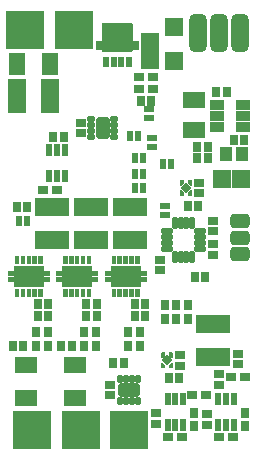
<source format=gbs>
G04*
G04 #@! TF.GenerationSoftware,Altium Limited,Altium Designer,25.0.2 (28)*
G04*
G04 Layer_Color=16711935*
%FSLAX44Y44*%
%MOMM*%
G71*
G04*
G04 #@! TF.SameCoordinates,503A90CA-BBE8-423F-B6A3-9968D9645D90*
G04*
G04*
G04 #@! TF.FilePolarity,Negative*
G04*
G01*
G75*
G04:AMPARAMS|DCode=43|XSize=1.7032mm|YSize=1.2032mm|CornerRadius=0.3516mm|HoleSize=0mm|Usage=FLASHONLY|Rotation=0.000|XOffset=0mm|YOffset=0mm|HoleType=Round|Shape=RoundedRectangle|*
%AMROUNDEDRECTD43*
21,1,1.7032,0.5000,0,0,0.0*
21,1,1.0000,1.2032,0,0,0.0*
1,1,0.7032,0.5000,-0.2500*
1,1,0.7032,-0.5000,-0.2500*
1,1,0.7032,-0.5000,0.2500*
1,1,0.7032,0.5000,0.2500*
%
%ADD43ROUNDEDRECTD43*%
%ADD44R,0.8032X0.9532*%
%ADD45R,0.9532X0.8032*%
%ADD46R,0.8432X0.8032*%
%ADD49R,0.8032X0.8432*%
%ADD50R,3.2032X3.2032*%
G04:AMPARAMS|DCode=52|XSize=1.4532mm|YSize=3.2032mm|CornerRadius=0.4141mm|HoleSize=0mm|Usage=FLASHONLY|Rotation=0.000|XOffset=0mm|YOffset=0mm|HoleType=Round|Shape=RoundedRectangle|*
%AMROUNDEDRECTD52*
21,1,1.4532,2.3750,0,0,0.0*
21,1,0.6250,3.2032,0,0,0.0*
1,1,0.8282,0.3125,-1.1875*
1,1,0.8282,-0.3125,-1.1875*
1,1,0.8282,-0.3125,1.1875*
1,1,0.8282,0.3125,1.1875*
%
%ADD52ROUNDEDRECTD52*%
%ADD57R,1.5032X2.9032*%
%ADD63R,0.5432X1.0032*%
%ADD64R,0.6232X0.8632*%
%ADD65R,2.9032X1.5032*%
%ADD105R,1.4032X1.8532*%
%ADD106R,1.8532X1.4032*%
%ADD107R,1.6032X1.5032*%
%ADD108R,1.5032X1.6032*%
%ADD109R,1.9532X1.4032*%
%ADD110R,1.6032X1.5032*%
%ADD111R,1.2032X0.9032*%
%ADD112R,1.1032X1.2032*%
%ADD113R,0.6032X0.9032*%
%ADD114R,0.5532X1.0532*%
%ADD115R,0.9032X0.6032*%
G04:AMPARAMS|DCode=116|XSize=1.0432mm|YSize=0.4632mm|CornerRadius=0.1341mm|HoleSize=0mm|Usage=FLASHONLY|Rotation=180.000|XOffset=0mm|YOffset=0mm|HoleType=Round|Shape=RoundedRectangle|*
%AMROUNDEDRECTD116*
21,1,1.0432,0.1950,0,0,180.0*
21,1,0.7750,0.4632,0,0,180.0*
1,1,0.2682,-0.3875,0.0975*
1,1,0.2682,0.3875,0.0975*
1,1,0.2682,0.3875,-0.0975*
1,1,0.2682,-0.3875,-0.0975*
%
%ADD116ROUNDEDRECTD116*%
G04:AMPARAMS|DCode=117|XSize=1.0432mm|YSize=0.4632mm|CornerRadius=0.1341mm|HoleSize=0mm|Usage=FLASHONLY|Rotation=90.000|XOffset=0mm|YOffset=0mm|HoleType=Round|Shape=RoundedRectangle|*
%AMROUNDEDRECTD117*
21,1,1.0432,0.1950,0,0,90.0*
21,1,0.7750,0.4632,0,0,90.0*
1,1,0.2682,0.0975,0.3875*
1,1,0.2682,0.0975,-0.3875*
1,1,0.2682,-0.0975,-0.3875*
1,1,0.2682,-0.0975,0.3875*
%
%ADD117ROUNDEDRECTD117*%
G04:AMPARAMS|DCode=118|XSize=0.7032mm|YSize=0.4532mm|CornerRadius=0.1329mm|HoleSize=0mm|Usage=FLASHONLY|Rotation=270.000|XOffset=0mm|YOffset=0mm|HoleType=Round|Shape=RoundedRectangle|*
%AMROUNDEDRECTD118*
21,1,0.7032,0.1875,0,0,270.0*
21,1,0.4375,0.4532,0,0,270.0*
1,1,0.2657,-0.0938,-0.2188*
1,1,0.2657,-0.0938,0.2188*
1,1,0.2657,0.0938,0.2188*
1,1,0.2657,0.0938,-0.2188*
%
%ADD118ROUNDEDRECTD118*%
%ADD119P,0.8627X4X180.0*%
G04:AMPARAMS|DCode=120|XSize=0.7032mm|YSize=0.4532mm|CornerRadius=0.1329mm|HoleSize=0mm|Usage=FLASHONLY|Rotation=180.000|XOffset=0mm|YOffset=0mm|HoleType=Round|Shape=RoundedRectangle|*
%AMROUNDEDRECTD120*
21,1,0.7032,0.1875,0,0,180.0*
21,1,0.4375,0.4532,0,0,180.0*
1,1,0.2657,-0.2188,0.0938*
1,1,0.2657,0.2188,0.0938*
1,1,0.2657,0.2188,-0.0938*
1,1,0.2657,-0.2188,-0.0938*
%
%ADD120ROUNDEDRECTD120*%
G04:AMPARAMS|DCode=121|XSize=1.1032mm|YSize=1.8032mm|CornerRadius=0.1241mm|HoleSize=0mm|Usage=FLASHONLY|Rotation=180.000|XOffset=0mm|YOffset=0mm|HoleType=Round|Shape=RoundedRectangle|*
%AMROUNDEDRECTD121*
21,1,1.1032,1.5550,0,0,180.0*
21,1,0.8550,1.8032,0,0,180.0*
1,1,0.2482,-0.4275,0.7775*
1,1,0.2482,0.4275,0.7775*
1,1,0.2482,0.4275,-0.7775*
1,1,0.2482,-0.4275,-0.7775*
%
%ADD121ROUNDEDRECTD121*%
G04:AMPARAMS|DCode=122|XSize=1.1032mm|YSize=1.8032mm|CornerRadius=0.1241mm|HoleSize=0mm|Usage=FLASHONLY|Rotation=270.000|XOffset=0mm|YOffset=0mm|HoleType=Round|Shape=RoundedRectangle|*
%AMROUNDEDRECTD122*
21,1,1.1032,1.5550,0,0,270.0*
21,1,0.8550,1.8032,0,0,270.0*
1,1,0.2482,-0.7775,-0.4275*
1,1,0.2482,-0.7775,0.4275*
1,1,0.2482,0.7775,0.4275*
1,1,0.2482,0.7775,-0.4275*
%
%ADD122ROUNDEDRECTD122*%
G36*
X106983Y364010D02*
X107114Y363983D01*
X107240Y363941D01*
X107359Y363882D01*
X107470Y363808D01*
X107570Y363720D01*
X107658Y363620D01*
X107732Y363509D01*
X107791Y363390D01*
X107833Y363264D01*
X107859Y363133D01*
X107868Y363000D01*
Y348518D01*
X112300D01*
X112433Y348509D01*
X112563Y348484D01*
X112690Y348441D01*
X112809Y348382D01*
X112920Y348308D01*
X113020Y348220D01*
X113108Y348120D01*
X113182Y348009D01*
X113241Y347890D01*
X113284Y347763D01*
X113309Y347633D01*
X113318Y347500D01*
Y341800D01*
X113309Y341667D01*
X113284Y341536D01*
X113241Y341410D01*
X113182Y341291D01*
X113108Y341180D01*
X113020Y341080D01*
X112920Y340992D01*
X112809Y340918D01*
X112690Y340859D01*
X112563Y340816D01*
X112433Y340790D01*
X112300Y340782D01*
X107868D01*
Y340000D01*
X107859Y339867D01*
X107833Y339737D01*
X107791Y339610D01*
X107732Y339491D01*
X107658Y339380D01*
X107570Y339280D01*
X107470Y339192D01*
X107359Y339118D01*
X107240Y339059D01*
X107114Y339016D01*
X106983Y338991D01*
X106850Y338982D01*
X83150D01*
X83017Y338991D01*
X82886Y339016D01*
X82760Y339059D01*
X82641Y339118D01*
X82530Y339192D01*
X82430Y339280D01*
X82342Y339380D01*
X82268Y339491D01*
X82209Y339610D01*
X82167Y339737D01*
X82141Y339867D01*
X82132Y340000D01*
Y340782D01*
X77700D01*
X77567Y340790D01*
X77436Y340816D01*
X77310Y340859D01*
X77191Y340918D01*
X77080Y340992D01*
X76980Y341080D01*
X76892Y341180D01*
X76818Y341291D01*
X76759Y341410D01*
X76716Y341536D01*
X76691Y341667D01*
X76682Y341800D01*
Y347500D01*
X76691Y347633D01*
X76716Y347763D01*
X76759Y347890D01*
X76818Y348009D01*
X76892Y348120D01*
X76980Y348220D01*
X77080Y348308D01*
X77191Y348382D01*
X77310Y348441D01*
X77436Y348484D01*
X77567Y348509D01*
X77700Y348518D01*
X82132D01*
Y363000D01*
X82141Y363133D01*
X82167Y363264D01*
X82209Y363390D01*
X82268Y363509D01*
X82342Y363620D01*
X82430Y363720D01*
X82530Y363808D01*
X82641Y363882D01*
X82760Y363941D01*
X82886Y363983D01*
X83017Y364010D01*
X83150Y364018D01*
X87350D01*
X87483Y364010D01*
X87613Y363983D01*
X87740Y363941D01*
X87859Y363882D01*
X87970Y363808D01*
X88070Y363720D01*
X88158Y363620D01*
X88232Y363509D01*
X88291Y363390D01*
X88334Y363264D01*
X88359Y363133D01*
X88368Y363000D01*
Y359318D01*
X88632D01*
Y363000D01*
X88640Y363133D01*
X88666Y363264D01*
X88709Y363390D01*
X88768Y363509D01*
X88842Y363620D01*
X88930Y363720D01*
X89030Y363808D01*
X89141Y363882D01*
X89260Y363941D01*
X89387Y363983D01*
X89517Y364010D01*
X89650Y364018D01*
X93850D01*
X93983Y364010D01*
X94114Y363983D01*
X94240Y363941D01*
X94359Y363882D01*
X94470Y363808D01*
X94570Y363720D01*
X94658Y363620D01*
X94732Y363509D01*
X94791Y363390D01*
X94833Y363264D01*
X94859Y363133D01*
X94868Y363000D01*
Y359318D01*
X95132D01*
Y363000D01*
X95140Y363133D01*
X95167Y363264D01*
X95209Y363390D01*
X95268Y363509D01*
X95342Y363620D01*
X95430Y363720D01*
X95530Y363808D01*
X95641Y363882D01*
X95760Y363941D01*
X95886Y363983D01*
X96017Y364010D01*
X96150Y364018D01*
X100350D01*
X100483Y364010D01*
X100613Y363983D01*
X100740Y363941D01*
X100859Y363882D01*
X100970Y363808D01*
X101070Y363720D01*
X101158Y363620D01*
X101232Y363509D01*
X101291Y363390D01*
X101334Y363264D01*
X101360Y363133D01*
X101368Y363000D01*
Y359318D01*
X101632D01*
Y363000D01*
X101641Y363133D01*
X101666Y363264D01*
X101709Y363390D01*
X101768Y363509D01*
X101842Y363620D01*
X101930Y363720D01*
X102030Y363808D01*
X102141Y363882D01*
X102260Y363941D01*
X102387Y363983D01*
X102517Y364010D01*
X102650Y364018D01*
X106850D01*
X106983Y364010D01*
D02*
G37*
G36*
X157402Y230744D02*
X157501Y230720D01*
X157596Y230681D01*
X157683Y230627D01*
X157761Y230561D01*
X157828Y230483D01*
X157881Y230396D01*
X157920Y230301D01*
X157944Y230202D01*
X157952Y230100D01*
Y226500D01*
X157944Y226398D01*
X157920Y226299D01*
X157881Y226204D01*
X157828Y226117D01*
X157761Y226039D01*
X157683Y225972D01*
X157596Y225919D01*
X157501Y225880D01*
X157402Y225856D01*
X157300Y225848D01*
X157000D01*
X156934Y225853D01*
X156899Y225856D01*
X156898Y225856D01*
X156898Y225856D01*
X156845Y225869D01*
X156799Y225880D01*
X156799Y225880D01*
X156798Y225880D01*
X156756Y225897D01*
X156705Y225919D01*
X156704Y225919D01*
X156704Y225919D01*
X156672Y225939D01*
X156617Y225972D01*
X156617Y225972D01*
X156617Y225972D01*
X156594Y225992D01*
X156539Y226038D01*
X154736Y227838D01*
X154735Y227838D01*
X154735Y227839D01*
X154715Y227863D01*
X154669Y227916D01*
X154669Y227916D01*
X154669Y227917D01*
X154653Y227942D01*
X154616Y228003D01*
X154615Y228003D01*
X154615Y228004D01*
X154598Y228047D01*
X154576Y228097D01*
X154576Y228098D01*
X154576Y228098D01*
X154563Y228154D01*
X154552Y228197D01*
X154552Y228197D01*
X154552Y228198D01*
X154547Y228267D01*
X154544Y228299D01*
X154544Y228299D01*
X154544Y228300D01*
Y230100D01*
X154552Y230202D01*
X154576Y230301D01*
X154615Y230396D01*
X154669Y230483D01*
X154735Y230561D01*
X154813Y230627D01*
X154900Y230681D01*
X154995Y230720D01*
X155094Y230744D01*
X155196Y230752D01*
X157300D01*
X157402Y230744D01*
D02*
G37*
G36*
X150906D02*
X151005Y230720D01*
X151100Y230681D01*
X151187Y230627D01*
X151265Y230561D01*
X151331Y230483D01*
X151385Y230396D01*
X151424Y230301D01*
X151448Y230202D01*
X151456Y230100D01*
Y228300D01*
X151456Y228299D01*
X151456Y228299D01*
X151453Y228267D01*
X151448Y228198D01*
X151448Y228197D01*
X151448Y228197D01*
X151437Y228154D01*
X151424Y228098D01*
X151424Y228098D01*
X151424Y228097D01*
X151403Y228047D01*
X151385Y228004D01*
X151385Y228003D01*
X151384Y228003D01*
X151347Y227942D01*
X151331Y227917D01*
X151331Y227916D01*
X151331Y227916D01*
X151285Y227863D01*
X151265Y227839D01*
X151265Y227838D01*
X151264Y227838D01*
X149461Y226038D01*
X149406Y225992D01*
X149383Y225972D01*
X149383Y225972D01*
X149383Y225972D01*
X149328Y225939D01*
X149296Y225919D01*
X149296Y225919D01*
X149295Y225919D01*
X149244Y225897D01*
X149201Y225880D01*
X149201Y225880D01*
X149201Y225880D01*
X149155Y225869D01*
X149102Y225856D01*
X149102Y225856D01*
X149101Y225856D01*
X149066Y225853D01*
X149000Y225848D01*
X148700D01*
X148598Y225856D01*
X148499Y225880D01*
X148404Y225919D01*
X148317Y225972D01*
X148239Y226039D01*
X148173Y226117D01*
X148119Y226204D01*
X148080Y226299D01*
X148056Y226398D01*
X148048Y226500D01*
Y230100D01*
X148056Y230202D01*
X148080Y230301D01*
X148119Y230396D01*
X148173Y230483D01*
X148239Y230561D01*
X148317Y230627D01*
X148404Y230681D01*
X148499Y230720D01*
X148598Y230744D01*
X148700Y230752D01*
X150804D01*
X150906Y230744D01*
D02*
G37*
G36*
X157402Y222144D02*
X157501Y222120D01*
X157596Y222081D01*
X157683Y222027D01*
X157761Y221961D01*
X157828Y221883D01*
X157881Y221796D01*
X157920Y221702D01*
X157944Y221602D01*
X157952Y221500D01*
Y217900D01*
X157944Y217798D01*
X157920Y217698D01*
X157881Y217604D01*
X157828Y217517D01*
X157761Y217439D01*
X157683Y217372D01*
X157596Y217319D01*
X157501Y217280D01*
X157402Y217256D01*
X157300Y217248D01*
X155196D01*
X155094Y217256D01*
X154995Y217280D01*
X154900Y217319D01*
X154813Y217372D01*
X154735Y217439D01*
X154669Y217517D01*
X154615Y217604D01*
X154576Y217698D01*
X154552Y217798D01*
X154544Y217900D01*
Y219700D01*
X154544Y219701D01*
X154544Y219701D01*
X154547Y219733D01*
X154552Y219802D01*
X154552Y219803D01*
X154552Y219803D01*
X154563Y219846D01*
X154576Y219902D01*
X154576Y219902D01*
X154576Y219902D01*
X154598Y219953D01*
X154615Y219996D01*
X154615Y219997D01*
X154616Y219997D01*
X154653Y220058D01*
X154669Y220084D01*
X154669Y220084D01*
X154669Y220084D01*
X154715Y220137D01*
X154735Y220161D01*
X154735Y220161D01*
X154736Y220162D01*
X156539Y221962D01*
X156594Y222008D01*
X156617Y222027D01*
X156617Y222028D01*
X156617Y222028D01*
X156672Y222061D01*
X156704Y222081D01*
X156704Y222081D01*
X156705Y222081D01*
X156756Y222103D01*
X156798Y222120D01*
X156799Y222120D01*
X156799Y222120D01*
X156845Y222131D01*
X156898Y222144D01*
X156898Y222144D01*
X156899Y222144D01*
X156934Y222147D01*
X157000Y222152D01*
X157300D01*
X157402Y222144D01*
D02*
G37*
G36*
X149066Y222147D02*
X149101Y222144D01*
X149102Y222144D01*
X149102Y222144D01*
X149155Y222131D01*
X149201Y222120D01*
X149201Y222120D01*
X149201Y222120D01*
X149244Y222103D01*
X149295Y222081D01*
X149296Y222081D01*
X149296Y222081D01*
X149328Y222061D01*
X149383Y222028D01*
X149383Y222028D01*
X149383Y222027D01*
X149406Y222008D01*
X149461Y221962D01*
X151264Y220162D01*
X151265Y220161D01*
X151265Y220161D01*
X151285Y220137D01*
X151331Y220084D01*
X151331Y220084D01*
X151331Y220084D01*
X151347Y220058D01*
X151384Y219997D01*
X151385Y219997D01*
X151385Y219996D01*
X151403Y219953D01*
X151424Y219902D01*
X151424Y219902D01*
X151424Y219902D01*
X151437Y219846D01*
X151448Y219803D01*
X151448Y219803D01*
X151448Y219802D01*
X151453Y219733D01*
X151456Y219701D01*
X151456Y219701D01*
X151456Y219700D01*
Y217900D01*
X151448Y217798D01*
X151424Y217698D01*
X151385Y217604D01*
X151331Y217517D01*
X151265Y217439D01*
X151187Y217372D01*
X151100Y217319D01*
X151005Y217280D01*
X150906Y217256D01*
X150804Y217248D01*
X148700D01*
X148598Y217256D01*
X148499Y217280D01*
X148404Y217319D01*
X148317Y217372D01*
X148239Y217439D01*
X148173Y217517D01*
X148119Y217604D01*
X148080Y217698D01*
X148056Y217798D01*
X148048Y217900D01*
Y221500D01*
X148056Y221602D01*
X148080Y221702D01*
X148119Y221796D01*
X148173Y221883D01*
X148239Y221961D01*
X148317Y222027D01*
X148404Y222081D01*
X148499Y222120D01*
X148598Y222144D01*
X148700Y222152D01*
X149000D01*
X149066Y222147D01*
D02*
G37*
G36*
X113900Y159300D02*
X110100D01*
Y166700D01*
X113900D01*
Y159300D01*
D02*
G37*
G36*
X108900D02*
X105100D01*
Y166700D01*
X108900D01*
Y159300D01*
D02*
G37*
G36*
X103900D02*
X100100D01*
Y166700D01*
X103900D01*
Y159300D01*
D02*
G37*
G36*
X98900D02*
X95100D01*
Y166700D01*
X98900D01*
Y159300D01*
D02*
G37*
G36*
X93900D02*
X90100D01*
Y166700D01*
X93900D01*
Y159300D01*
D02*
G37*
G36*
X72900D02*
X69100D01*
Y166700D01*
X72900D01*
Y159300D01*
D02*
G37*
G36*
X67900D02*
X64100D01*
Y166700D01*
X67900D01*
Y159300D01*
D02*
G37*
G36*
X62900D02*
X59100D01*
Y166700D01*
X62900D01*
Y159300D01*
D02*
G37*
G36*
X57900D02*
X54100D01*
Y166700D01*
X57900D01*
Y159300D01*
D02*
G37*
G36*
X52900D02*
X49100D01*
Y166700D01*
X52900D01*
Y159300D01*
D02*
G37*
G36*
X31900D02*
X28100D01*
Y166700D01*
X31900D01*
Y159300D01*
D02*
G37*
G36*
X26900D02*
X23100D01*
Y166700D01*
X26900D01*
Y159300D01*
D02*
G37*
G36*
X21900D02*
X18100D01*
Y166700D01*
X21900D01*
Y159300D01*
D02*
G37*
G36*
X16900D02*
X13100D01*
Y166700D01*
X16900D01*
Y159300D01*
D02*
G37*
G36*
X11900D02*
X8100D01*
Y166700D01*
X11900D01*
Y159300D01*
D02*
G37*
G36*
X114700Y153450D02*
X119700D01*
Y149550D01*
X114700D01*
Y148450D01*
X119700D01*
Y144550D01*
X114700D01*
Y140050D01*
X89300D01*
Y144550D01*
X84300D01*
Y148450D01*
X89300D01*
Y149550D01*
X84300D01*
Y153450D01*
X89300D01*
Y157950D01*
X114700D01*
Y153450D01*
D02*
G37*
G36*
X73700D02*
X78700D01*
Y149550D01*
X73700D01*
Y148450D01*
X78700D01*
Y144550D01*
X73700D01*
Y140050D01*
X48300D01*
Y144550D01*
X43300D01*
Y148450D01*
X48300D01*
Y149550D01*
X43300D01*
Y153450D01*
X48300D01*
Y157950D01*
X73700D01*
Y153450D01*
D02*
G37*
G36*
X32700D02*
X37700D01*
Y149550D01*
X32700D01*
Y148450D01*
X37700D01*
Y144550D01*
X32700D01*
Y140050D01*
X7300D01*
Y144550D01*
X2300D01*
Y148450D01*
X7300D01*
Y149550D01*
X2300D01*
Y153450D01*
X7300D01*
Y157950D01*
X32700D01*
Y153450D01*
D02*
G37*
G36*
X113900Y131300D02*
X110100D01*
Y138700D01*
X113900D01*
Y131300D01*
D02*
G37*
G36*
X108900D02*
X105100D01*
Y138700D01*
X108900D01*
Y131300D01*
D02*
G37*
G36*
X103900D02*
X100100D01*
Y138700D01*
X103900D01*
Y131300D01*
D02*
G37*
G36*
X98900D02*
X95100D01*
Y138700D01*
X98900D01*
Y131300D01*
D02*
G37*
G36*
X93900D02*
X90100D01*
Y138700D01*
X93900D01*
Y131300D01*
D02*
G37*
G36*
X72900D02*
X69100D01*
Y138700D01*
X72900D01*
Y131300D01*
D02*
G37*
G36*
X67900D02*
X64100D01*
Y138700D01*
X67900D01*
Y131300D01*
D02*
G37*
G36*
X62900D02*
X59100D01*
Y138700D01*
X62900D01*
Y131300D01*
D02*
G37*
G36*
X57900D02*
X54100D01*
Y138700D01*
X57900D01*
Y131300D01*
D02*
G37*
G36*
X52900D02*
X49100D01*
Y138700D01*
X52900D01*
Y131300D01*
D02*
G37*
G36*
X31900D02*
X28100D01*
Y138700D01*
X31900D01*
Y131300D01*
D02*
G37*
G36*
X26900D02*
X23100D01*
Y138700D01*
X26900D01*
Y131300D01*
D02*
G37*
G36*
X21900D02*
X18100D01*
Y138700D01*
X21900D01*
Y131300D01*
D02*
G37*
G36*
X16900D02*
X13100D01*
Y138700D01*
X16900D01*
Y131300D01*
D02*
G37*
G36*
X11900D02*
X8100D01*
Y138700D01*
X11900D01*
Y131300D01*
D02*
G37*
G36*
X141402Y84744D02*
X141501Y84720D01*
X141596Y84681D01*
X141683Y84628D01*
X141761Y84561D01*
X141827Y84483D01*
X141881Y84396D01*
X141920Y84302D01*
X141944Y84202D01*
X141952Y84100D01*
Y80500D01*
X141944Y80398D01*
X141920Y80299D01*
X141881Y80204D01*
X141827Y80117D01*
X141761Y80039D01*
X141683Y79973D01*
X141596Y79919D01*
X141501Y79880D01*
X141402Y79856D01*
X141300Y79848D01*
X141000D01*
X140934Y79853D01*
X140899Y79856D01*
X140898Y79856D01*
X140898Y79856D01*
X140845Y79869D01*
X140799Y79880D01*
X140799Y79880D01*
X140799Y79880D01*
X140756Y79897D01*
X140705Y79919D01*
X140704Y79919D01*
X140704Y79919D01*
X140672Y79939D01*
X140617Y79972D01*
X140617Y79972D01*
X140617Y79973D01*
X140594Y79992D01*
X140539Y80038D01*
X138736Y81838D01*
X138735Y81839D01*
X138735Y81839D01*
X138715Y81863D01*
X138669Y81916D01*
X138669Y81916D01*
X138669Y81917D01*
X138653Y81942D01*
X138616Y82003D01*
X138615Y82003D01*
X138615Y82004D01*
X138597Y82047D01*
X138576Y82098D01*
X138576Y82098D01*
X138576Y82098D01*
X138563Y82154D01*
X138552Y82197D01*
X138552Y82197D01*
X138552Y82198D01*
X138547Y82267D01*
X138544Y82299D01*
X138544Y82299D01*
X138544Y82300D01*
Y84100D01*
X138552Y84202D01*
X138576Y84302D01*
X138615Y84396D01*
X138669Y84483D01*
X138735Y84561D01*
X138813Y84628D01*
X138900Y84681D01*
X138995Y84720D01*
X139094Y84744D01*
X139196Y84752D01*
X141300D01*
X141402Y84744D01*
D02*
G37*
G36*
X134906D02*
X135005Y84720D01*
X135100Y84681D01*
X135187Y84628D01*
X135265Y84561D01*
X135331Y84483D01*
X135385Y84396D01*
X135424Y84302D01*
X135448Y84202D01*
X135456Y84100D01*
Y82300D01*
X135456Y82299D01*
X135456Y82299D01*
X135453Y82267D01*
X135448Y82198D01*
X135448Y82197D01*
X135448Y82197D01*
X135437Y82154D01*
X135424Y82098D01*
X135424Y82098D01*
X135424Y82098D01*
X135402Y82047D01*
X135385Y82004D01*
X135385Y82003D01*
X135384Y82003D01*
X135347Y81942D01*
X135331Y81917D01*
X135331Y81916D01*
X135331Y81916D01*
X135285Y81863D01*
X135265Y81839D01*
X135265Y81839D01*
X135264Y81838D01*
X133461Y80038D01*
X133406Y79992D01*
X133383Y79973D01*
X133383Y79972D01*
X133383Y79972D01*
X133328Y79939D01*
X133296Y79919D01*
X133296Y79919D01*
X133295Y79919D01*
X133244Y79897D01*
X133202Y79880D01*
X133201Y79880D01*
X133201Y79880D01*
X133155Y79869D01*
X133102Y79856D01*
X133102Y79856D01*
X133101Y79856D01*
X133066Y79853D01*
X133000Y79848D01*
X132700D01*
X132598Y79856D01*
X132499Y79880D01*
X132404Y79919D01*
X132317Y79973D01*
X132239Y80039D01*
X132172Y80117D01*
X132119Y80204D01*
X132080Y80299D01*
X132056Y80398D01*
X132048Y80500D01*
Y84100D01*
X132056Y84202D01*
X132080Y84302D01*
X132119Y84396D01*
X132172Y84483D01*
X132239Y84561D01*
X132317Y84628D01*
X132404Y84681D01*
X132499Y84720D01*
X132598Y84744D01*
X132700Y84752D01*
X134804D01*
X134906Y84744D01*
D02*
G37*
G36*
X141402Y76144D02*
X141501Y76120D01*
X141596Y76081D01*
X141683Y76027D01*
X141761Y75961D01*
X141827Y75883D01*
X141881Y75796D01*
X141920Y75701D01*
X141944Y75602D01*
X141952Y75500D01*
Y71900D01*
X141944Y71798D01*
X141920Y71698D01*
X141881Y71604D01*
X141827Y71517D01*
X141761Y71439D01*
X141683Y71372D01*
X141596Y71319D01*
X141501Y71280D01*
X141402Y71256D01*
X141300Y71248D01*
X139196D01*
X139094Y71256D01*
X138995Y71280D01*
X138900Y71319D01*
X138813Y71372D01*
X138735Y71439D01*
X138669Y71517D01*
X138615Y71604D01*
X138576Y71698D01*
X138552Y71798D01*
X138544Y71900D01*
Y73700D01*
X138544Y73701D01*
X138544Y73701D01*
X138547Y73733D01*
X138552Y73802D01*
X138552Y73803D01*
X138552Y73803D01*
X138563Y73846D01*
X138576Y73902D01*
X138576Y73902D01*
X138576Y73903D01*
X138597Y73953D01*
X138615Y73996D01*
X138615Y73997D01*
X138616Y73997D01*
X138653Y74058D01*
X138669Y74083D01*
X138669Y74084D01*
X138669Y74084D01*
X138715Y74137D01*
X138735Y74161D01*
X138735Y74162D01*
X138736Y74162D01*
X140539Y75962D01*
X140594Y76008D01*
X140617Y76027D01*
X140617Y76028D01*
X140617Y76028D01*
X140672Y76061D01*
X140704Y76081D01*
X140704Y76081D01*
X140705Y76081D01*
X140756Y76103D01*
X140799Y76120D01*
X140799Y76120D01*
X140799Y76120D01*
X140845Y76131D01*
X140898Y76144D01*
X140898Y76144D01*
X140899Y76144D01*
X140934Y76147D01*
X141000Y76152D01*
X141300D01*
X141402Y76144D01*
D02*
G37*
G36*
X133066Y76147D02*
X133101Y76144D01*
X133102Y76144D01*
X133102Y76144D01*
X133155Y76131D01*
X133201Y76120D01*
X133201Y76120D01*
X133202Y76120D01*
X133244Y76103D01*
X133295Y76081D01*
X133296Y76081D01*
X133296Y76081D01*
X133328Y76061D01*
X133383Y76028D01*
X133383Y76028D01*
X133383Y76027D01*
X133406Y76008D01*
X133461Y75962D01*
X135264Y74162D01*
X135265Y74162D01*
X135265Y74161D01*
X135285Y74137D01*
X135331Y74084D01*
X135331Y74084D01*
X135331Y74083D01*
X135347Y74058D01*
X135384Y73997D01*
X135385Y73997D01*
X135385Y73996D01*
X135402Y73953D01*
X135424Y73903D01*
X135424Y73902D01*
X135424Y73902D01*
X135437Y73846D01*
X135448Y73803D01*
X135448Y73803D01*
X135448Y73802D01*
X135453Y73733D01*
X135456Y73701D01*
X135456Y73701D01*
X135456Y73700D01*
Y71900D01*
X135448Y71798D01*
X135424Y71698D01*
X135385Y71604D01*
X135331Y71517D01*
X135265Y71439D01*
X135187Y71372D01*
X135100Y71319D01*
X135005Y71280D01*
X134906Y71256D01*
X134804Y71248D01*
X132700D01*
X132598Y71256D01*
X132499Y71280D01*
X132404Y71319D01*
X132317Y71372D01*
X132239Y71439D01*
X132172Y71517D01*
X132119Y71604D01*
X132080Y71698D01*
X132056Y71798D01*
X132048Y71900D01*
Y75500D01*
X132056Y75602D01*
X132080Y75701D01*
X132119Y75796D01*
X132172Y75883D01*
X132239Y75961D01*
X132317Y76027D01*
X132404Y76081D01*
X132499Y76120D01*
X132598Y76144D01*
X132700Y76152D01*
X133000D01*
X133066Y76147D01*
D02*
G37*
D43*
X199000Y196000D02*
D03*
Y168000D02*
D03*
Y182000D02*
D03*
D44*
X135000Y124750D02*
D03*
Y113250D02*
D03*
X155000Y124750D02*
D03*
Y113250D02*
D03*
X145000Y124750D02*
D03*
Y113250D02*
D03*
X160000Y33750D02*
D03*
Y22250D02*
D03*
X203000Y33750D02*
D03*
Y22250D02*
D03*
X104000Y90250D02*
D03*
Y101750D02*
D03*
X77000Y90250D02*
D03*
Y101750D02*
D03*
X67000Y90250D02*
D03*
Y101750D02*
D03*
X114000Y90250D02*
D03*
Y101750D02*
D03*
X36193Y90290D02*
D03*
Y101790D02*
D03*
X26193Y90290D02*
D03*
Y101790D02*
D03*
D45*
X43750Y222000D02*
D03*
X32250D02*
D03*
X191250Y64000D02*
D03*
X202750D02*
D03*
X158250Y49000D02*
D03*
X169750D02*
D03*
X124750Y318000D02*
D03*
X113250D02*
D03*
X124750Y308000D02*
D03*
X113250D02*
D03*
X192750Y13000D02*
D03*
X181250D02*
D03*
X149750D02*
D03*
X138250D02*
D03*
D46*
X197000Y83400D02*
D03*
Y74600D02*
D03*
X181000Y66400D02*
D03*
Y57600D02*
D03*
X131000Y154600D02*
D03*
Y163400D02*
D03*
X176000Y176400D02*
D03*
Y167600D02*
D03*
Y187600D02*
D03*
Y196400D02*
D03*
X89000Y48600D02*
D03*
X148000Y82400D02*
D03*
Y73600D02*
D03*
X89000Y57400D02*
D03*
X164000Y228400D02*
D03*
Y219600D02*
D03*
X128000Y24600D02*
D03*
Y33400D02*
D03*
X171000Y32400D02*
D03*
Y23600D02*
D03*
X64000Y279400D02*
D03*
Y270600D02*
D03*
D49*
X15400Y90000D02*
D03*
X6600D02*
D03*
X47600D02*
D03*
X56400D02*
D03*
X193600Y265000D02*
D03*
X202400D02*
D03*
X18400Y208000D02*
D03*
X9600D02*
D03*
X40600Y267000D02*
D03*
X49400D02*
D03*
X123400Y298000D02*
D03*
X114600D02*
D03*
X160600Y149000D02*
D03*
X169400D02*
D03*
X138600Y63000D02*
D03*
X147400D02*
D03*
X162600Y249000D02*
D03*
X171400D02*
D03*
X162600Y259000D02*
D03*
X171400D02*
D03*
X178600Y305000D02*
D03*
X187400D02*
D03*
X154600Y209000D02*
D03*
X163400D02*
D03*
X77400Y116000D02*
D03*
X68600D02*
D03*
X77400Y126000D02*
D03*
X68600D02*
D03*
X36400Y116000D02*
D03*
X27600D02*
D03*
X118400D02*
D03*
X109600D02*
D03*
X36400Y126000D02*
D03*
X27600D02*
D03*
X118400D02*
D03*
X109600D02*
D03*
X100400Y76000D02*
D03*
X91600D02*
D03*
D50*
X58000Y358000D02*
D03*
X17000D02*
D03*
X105000Y19000D02*
D03*
X64000D02*
D03*
X23000D02*
D03*
D52*
X199000Y355000D02*
D03*
X181000D02*
D03*
X163000D02*
D03*
D57*
X38000Y302000D02*
D03*
X10000D02*
D03*
D63*
X85250Y358000D02*
D03*
X91750D02*
D03*
X98250D02*
D03*
X104750D02*
D03*
D64*
X91750Y330300D02*
D03*
X98250D02*
D03*
X85250D02*
D03*
X104750D02*
D03*
D65*
X73000Y208000D02*
D03*
Y180000D02*
D03*
X40000Y208000D02*
D03*
Y180000D02*
D03*
X106000Y208000D02*
D03*
Y180000D02*
D03*
X176000Y81000D02*
D03*
Y109000D02*
D03*
D105*
X10000Y329000D02*
D03*
X38000D02*
D03*
D106*
X59000Y74000D02*
D03*
Y46000D02*
D03*
X18000Y74000D02*
D03*
Y46000D02*
D03*
D107*
X123000Y332000D02*
D03*
Y348000D02*
D03*
D108*
X184000Y232000D02*
D03*
X200000D02*
D03*
D109*
X160000Y298750D02*
D03*
Y273250D02*
D03*
D110*
X143000Y360500D02*
D03*
Y331500D02*
D03*
D111*
X179000Y275500D02*
D03*
Y285000D02*
D03*
Y294500D02*
D03*
X201000Y275500D02*
D03*
Y285000D02*
D03*
Y294500D02*
D03*
D112*
X187250Y253000D02*
D03*
X200750D02*
D03*
D113*
X11500Y196000D02*
D03*
X18500D02*
D03*
X140500Y244000D02*
D03*
X133500D02*
D03*
X116500Y236000D02*
D03*
X109500D02*
D03*
X116500Y249000D02*
D03*
X109500D02*
D03*
X116500Y224000D02*
D03*
X109500D02*
D03*
X112500Y268000D02*
D03*
X105500D02*
D03*
D114*
X37500Y256000D02*
D03*
X44000D02*
D03*
X50500D02*
D03*
Y234000D02*
D03*
X37500D02*
D03*
X44000D02*
D03*
X150500Y23000D02*
D03*
X144000D02*
D03*
X137500D02*
D03*
Y45000D02*
D03*
X150500D02*
D03*
X144000D02*
D03*
X193500Y23000D02*
D03*
X187000D02*
D03*
X180500D02*
D03*
Y45000D02*
D03*
X193500D02*
D03*
X187000D02*
D03*
D115*
X124000Y266000D02*
D03*
Y259000D02*
D03*
X122000Y283500D02*
D03*
Y290500D02*
D03*
X135000Y208500D02*
D03*
Y201500D02*
D03*
D116*
X136650Y187500D02*
D03*
Y182500D02*
D03*
Y177500D02*
D03*
Y172500D02*
D03*
X165350D02*
D03*
Y177500D02*
D03*
Y182500D02*
D03*
Y187500D02*
D03*
D117*
X158500Y194350D02*
D03*
X153500D02*
D03*
X148500D02*
D03*
X143500D02*
D03*
Y165650D02*
D03*
X148500D02*
D03*
X153500D02*
D03*
X158500D02*
D03*
D118*
X97500Y43500D02*
D03*
X102500D02*
D03*
X107500D02*
D03*
X112500D02*
D03*
Y62500D02*
D03*
X107500D02*
D03*
X102500D02*
D03*
X97500D02*
D03*
D119*
X137000Y78000D02*
D03*
X153000Y224000D02*
D03*
D120*
X92000Y282000D02*
D03*
Y277000D02*
D03*
Y272000D02*
D03*
Y267000D02*
D03*
X73000D02*
D03*
Y272000D02*
D03*
Y277000D02*
D03*
Y282000D02*
D03*
D121*
X82500Y274500D02*
D03*
D122*
X105000Y53000D02*
D03*
M02*

</source>
